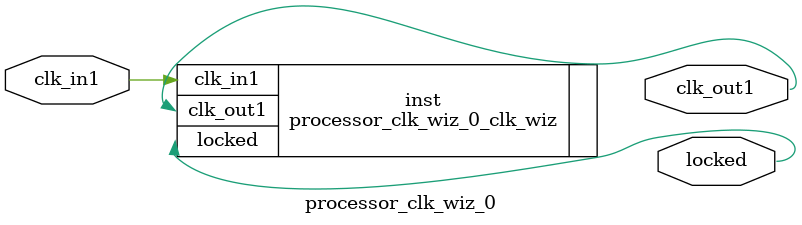
<source format=v>


`timescale 1ps/1ps

(* CORE_GENERATION_INFO = "processor_clk_wiz_0,clk_wiz_v6_0_2_0_0,{component_name=processor_clk_wiz_0,use_phase_alignment=true,use_min_o_jitter=false,use_max_i_jitter=false,use_dyn_phase_shift=false,use_inclk_switchover=false,use_dyn_reconfig=false,enable_axi=0,feedback_source=FDBK_AUTO,PRIMITIVE=MMCM,num_out_clk=1,clkin1_period=20.000,clkin2_period=10.0,use_power_down=false,use_reset=false,use_locked=true,use_inclk_stopped=false,feedback_type=SINGLE,CLOCK_MGR_TYPE=NA,manual_override=false}" *)

module processor_clk_wiz_0 
 (
  // Clock out ports
  output        clk_out1,
  // Status and control signals
  output        locked,
 // Clock in ports
  input         clk_in1
 );

  processor_clk_wiz_0_clk_wiz inst
  (
  // Clock out ports  
  .clk_out1(clk_out1),
  // Status and control signals               
  .locked(locked),
 // Clock in ports
  .clk_in1(clk_in1)
  );

endmodule

</source>
